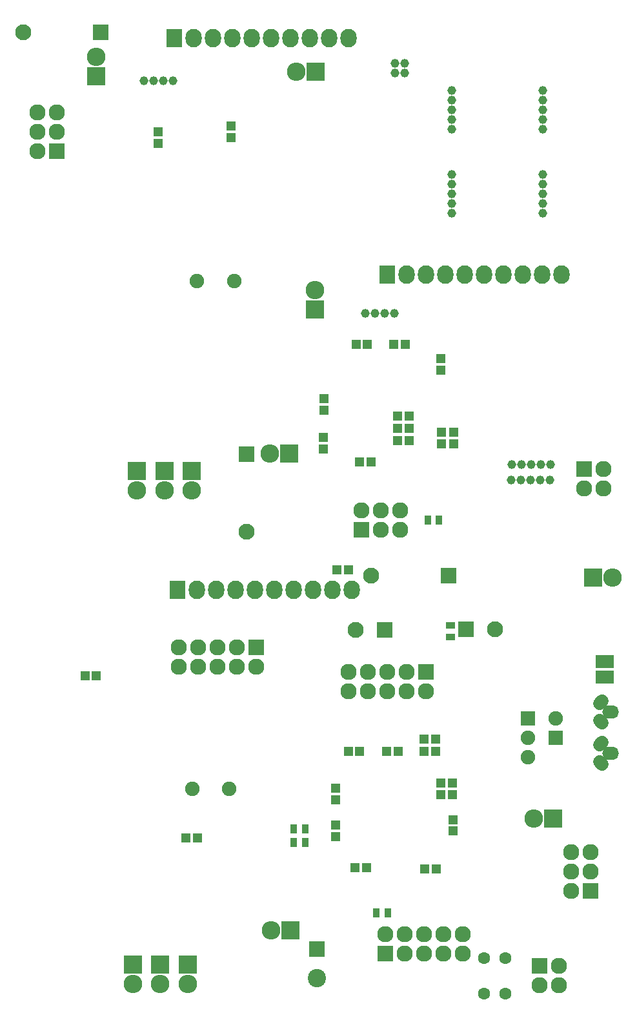
<source format=gbr>
G04 #@! TF.FileFunction,Soldermask,Bot*
%FSLAX46Y46*%
G04 Gerber Fmt 4.6, Leading zero omitted, Abs format (unit mm)*
G04 Created by KiCad (PCBNEW 4.0.2-stable) date 19/04/2016 11:25:51*
%MOMM*%
G01*
G04 APERTURE LIST*
%ADD10C,0.100000*%
%ADD11R,2.127200X2.432000*%
%ADD12O,2.127200X2.432000*%
%ADD13R,1.150000X1.200000*%
%ADD14R,1.200000X1.150000*%
%ADD15C,2.099260*%
%ADD16R,2.099260X2.099260*%
%ADD17R,2.127200X2.127200*%
%ADD18O,2.127200X2.127200*%
%ADD19C,1.162000*%
%ADD20R,2.432000X2.432000*%
%ADD21O,2.432000X2.432000*%
%ADD22R,0.900000X1.300000*%
%ADD23C,1.901140*%
%ADD24O,2.200860X1.700480*%
%ADD25C,1.700480*%
%ADD26C,1.900000*%
%ADD27R,1.900000X1.900000*%
%ADD28C,1.600000*%
%ADD29C,2.100000*%
%ADD30R,2.100000X2.100000*%
%ADD31R,1.300000X0.900000*%
%ADD32R,2.400000X1.800000*%
%ADD33C,2.398980*%
G04 APERTURE END LIST*
D10*
D11*
X77597000Y-87185500D03*
D12*
X80137000Y-87185500D03*
X82677000Y-87185500D03*
X85217000Y-87185500D03*
X87757000Y-87185500D03*
X90297000Y-87185500D03*
X92837000Y-87185500D03*
X95377000Y-87185500D03*
X97917000Y-87185500D03*
X100457000Y-87185500D03*
D13*
X86296500Y-107835000D03*
X86296500Y-109335000D03*
D14*
X78942500Y-108902500D03*
X80442500Y-108902500D03*
X78942500Y-107315000D03*
X80442500Y-107315000D03*
D13*
X84709000Y-107835000D03*
X84709000Y-109335000D03*
X84645500Y-98183000D03*
X84645500Y-99683000D03*
D14*
X78434500Y-96329500D03*
X79934500Y-96329500D03*
X73481500Y-96266000D03*
X74981500Y-96266000D03*
D13*
X69278500Y-104890000D03*
X69278500Y-103390000D03*
X69237000Y-110013000D03*
X69237000Y-108513000D03*
D14*
X73926000Y-111696500D03*
X75426000Y-111696500D03*
X80442500Y-105727500D03*
X78942500Y-105727500D03*
D15*
X59159140Y-120853720D03*
D16*
X59159140Y-110693720D03*
D17*
X103437000Y-112663000D03*
D18*
X105977000Y-112663000D03*
X103437000Y-115203000D03*
X105977000Y-115203000D03*
D17*
X74168000Y-120586500D03*
D18*
X74168000Y-118046500D03*
X76708000Y-120586500D03*
X76708000Y-118046500D03*
X79248000Y-120586500D03*
X79248000Y-118046500D03*
D19*
X93853000Y-114109500D03*
X98933000Y-114109500D03*
X97663000Y-114109500D03*
X96393000Y-114109500D03*
X95123000Y-114109500D03*
X93916500Y-112014000D03*
X98996500Y-112014000D03*
X97726500Y-112014000D03*
X96456500Y-112014000D03*
X95186500Y-112014000D03*
D20*
X68135500Y-91694000D03*
D21*
X68135500Y-89154000D03*
D20*
X51943000Y-112852200D03*
D21*
X51943000Y-115392200D03*
D20*
X48336200Y-112852200D03*
D21*
X48336200Y-115392200D03*
D20*
X44729400Y-112852200D03*
D21*
X44729400Y-115392200D03*
D19*
X74739500Y-92265500D03*
X76009500Y-92265500D03*
X77279500Y-92265500D03*
X78549500Y-92265500D03*
D22*
X82879500Y-119316500D03*
X84379500Y-119316500D03*
D23*
X57495440Y-88011000D03*
X52613560Y-88011000D03*
D20*
X64706500Y-110617000D03*
D21*
X62166500Y-110617000D03*
D15*
X29819080Y-55425340D03*
D16*
X39979080Y-55425340D03*
D13*
X47561500Y-69965000D03*
X47561500Y-68465000D03*
X57086500Y-67703000D03*
X57086500Y-69203000D03*
D17*
X34226500Y-70993000D03*
D18*
X31686500Y-70993000D03*
X34226500Y-68453000D03*
X31686500Y-68453000D03*
X34226500Y-65913000D03*
X31686500Y-65913000D03*
D19*
X45656500Y-61722000D03*
X46926500Y-61722000D03*
X48196500Y-61722000D03*
X49466500Y-61722000D03*
D20*
X68199000Y-60579000D03*
D21*
X65659000Y-60579000D03*
D11*
X49657000Y-56197500D03*
D12*
X52197000Y-56197500D03*
X54737000Y-56197500D03*
X57277000Y-56197500D03*
X59817000Y-56197500D03*
X62357000Y-56197500D03*
X64897000Y-56197500D03*
X67437000Y-56197500D03*
X69977000Y-56197500D03*
X72517000Y-56197500D03*
D19*
X78613000Y-59499500D03*
X79883000Y-59499500D03*
X78613000Y-60769500D03*
X79883000Y-60769500D03*
D20*
X39420800Y-61163200D03*
D21*
X39420800Y-58623200D03*
D19*
X86015500Y-73995000D03*
X86015500Y-79075000D03*
X86015500Y-77805000D03*
X86015500Y-76535000D03*
X86015500Y-75265000D03*
X98017000Y-63009500D03*
X98017000Y-68089500D03*
X98017000Y-66819500D03*
X98017000Y-65549500D03*
X98017000Y-64279500D03*
X98017000Y-73995000D03*
X98017000Y-79075000D03*
X98017000Y-77805000D03*
X98017000Y-76535000D03*
X98017000Y-75265000D03*
X86015500Y-63009500D03*
X86015500Y-68089500D03*
X86015500Y-66819500D03*
X86015500Y-65549500D03*
X86015500Y-64279500D03*
D17*
X82677000Y-139192000D03*
D18*
X82677000Y-141732000D03*
X80137000Y-139192000D03*
X80137000Y-141732000D03*
X77597000Y-139192000D03*
X77597000Y-141732000D03*
X75057000Y-139192000D03*
X75057000Y-141732000D03*
X72517000Y-139192000D03*
X72517000Y-141732000D03*
D14*
X82435000Y-148018500D03*
X83935000Y-148018500D03*
D17*
X60388500Y-136017000D03*
D18*
X60388500Y-138557000D03*
X57848500Y-136017000D03*
X57848500Y-138557000D03*
X55308500Y-136017000D03*
X55308500Y-138557000D03*
X52768500Y-136017000D03*
X52768500Y-138557000D03*
X50228500Y-136017000D03*
X50228500Y-138557000D03*
D24*
X106870500Y-149923500D03*
D25*
X105777411Y-148476589D02*
X105423589Y-148830411D01*
X105423589Y-151016589D02*
X105777411Y-151370411D01*
D26*
X56860440Y-154559000D03*
X51978560Y-154559000D03*
D14*
X82435000Y-149606000D03*
X83935000Y-149606000D03*
D13*
X86169500Y-153809000D03*
X86169500Y-155309000D03*
D14*
X51193000Y-160972500D03*
X52693000Y-160972500D03*
X71005000Y-125857000D03*
X72505000Y-125857000D03*
X37921500Y-139763500D03*
X39421500Y-139763500D03*
X77482000Y-149669500D03*
X78982000Y-149669500D03*
X72465500Y-149669500D03*
X73965500Y-149669500D03*
D13*
X70802500Y-155944000D03*
X70802500Y-154444000D03*
X70802500Y-160770000D03*
X70802500Y-159270000D03*
D14*
X74854500Y-164846000D03*
X73354500Y-164846000D03*
X83998500Y-165036500D03*
X82498500Y-165036500D03*
D13*
X86233000Y-160071500D03*
X86233000Y-158571500D03*
X84582000Y-153809000D03*
X84582000Y-155309000D03*
D17*
X97536000Y-177736500D03*
D18*
X100076000Y-177736500D03*
X97536000Y-180276500D03*
X100076000Y-180276500D03*
D17*
X104267000Y-167957500D03*
D18*
X101727000Y-167957500D03*
X104267000Y-165417500D03*
X101727000Y-165417500D03*
X104267000Y-162877500D03*
X101727000Y-162877500D03*
D17*
X77343000Y-176149000D03*
D18*
X77343000Y-173609000D03*
X79883000Y-176149000D03*
X79883000Y-173609000D03*
X82423000Y-176149000D03*
X82423000Y-173609000D03*
X84963000Y-176149000D03*
X84963000Y-173609000D03*
X87503000Y-176149000D03*
X87503000Y-173609000D03*
D11*
X50101500Y-128460500D03*
D12*
X52641500Y-128460500D03*
X55181500Y-128460500D03*
X57721500Y-128460500D03*
X60261500Y-128460500D03*
X62801500Y-128460500D03*
X65341500Y-128460500D03*
X67881500Y-128460500D03*
X70421500Y-128460500D03*
X72961500Y-128460500D03*
D22*
X76148500Y-170815000D03*
X77648500Y-170815000D03*
X65290000Y-159829500D03*
X66790000Y-159829500D03*
X65290000Y-161544000D03*
X66790000Y-161544000D03*
D27*
X96027240Y-145282920D03*
D26*
X96027240Y-147822920D03*
X96027240Y-150362920D03*
D27*
X99715320Y-147825460D03*
D26*
X99715320Y-145285460D03*
D20*
X51418000Y-177548500D03*
D21*
X51418000Y-180088500D03*
D20*
X47818000Y-177548500D03*
D21*
X47818000Y-180088500D03*
D20*
X44218000Y-177548500D03*
D21*
X44218000Y-180088500D03*
D28*
X93094000Y-181370000D03*
X90294000Y-181370000D03*
X93094000Y-176770000D03*
X90294000Y-176770000D03*
D24*
X106870500Y-144462500D03*
D25*
X105777411Y-143015589D02*
X105423589Y-143369411D01*
X105423589Y-145555589D02*
X105777411Y-145909411D01*
D29*
X75437480Y-126616460D03*
D16*
X85597480Y-126616460D03*
D29*
X91757500Y-133667500D03*
D30*
X87947500Y-133667500D03*
D29*
X73469500Y-133731000D03*
D30*
X77279500Y-133731000D03*
D31*
X85852000Y-134608000D03*
X85852000Y-133108000D03*
D20*
X104584500Y-126873000D03*
D21*
X107124500Y-126873000D03*
D20*
X99377500Y-158432500D03*
D21*
X96837500Y-158432500D03*
D32*
X106108500Y-137874500D03*
X106108500Y-139874500D03*
D20*
X64897000Y-173101000D03*
D21*
X62357000Y-173101000D03*
D33*
X68326000Y-179387500D03*
D30*
X68326000Y-175577500D03*
M02*

</source>
